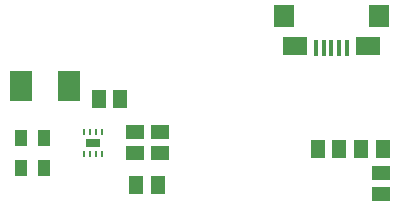
<source format=gbr>
G04*
G04 #@! TF.GenerationSoftware,Altium Limited,Altium Designer,23.0.1 (38)*
G04*
G04 Layer_Color=128*
%FSLAX25Y25*%
%MOIN*%
G70*
G04*
G04 #@! TF.SameCoordinates,7EA281D9-4360-43E8-82A8-E858FA6B50C7*
G04*
G04*
G04 #@! TF.FilePolarity,Positive*
G04*
G01*
G75*
%ADD20R,0.04134X0.05315*%
%ADD21R,0.05906X0.04724*%
%ADD61R,0.08268X0.06299*%
%ADD62R,0.01575X0.05315*%
%ADD63R,0.07087X0.07480*%
%ADD64R,0.04724X0.05906*%
%ADD65R,0.07480X0.09843*%
%ADD66R,0.01102X0.01988*%
%ADD67R,0.04724X0.03150*%
D20*
X355161Y244500D02*
D03*
X362839D02*
D03*
X355161Y234500D02*
D03*
X362839D02*
D03*
D21*
X475000Y225957D02*
D03*
X401500Y239457D02*
D03*
Y246543D02*
D03*
X393000Y239457D02*
D03*
Y246543D02*
D03*
X475000Y233043D02*
D03*
D61*
X470705Y275291D02*
D03*
X446295Y275276D02*
D03*
D62*
X463618Y274685D02*
D03*
X461059D02*
D03*
X458500D02*
D03*
X455941D02*
D03*
X453382D02*
D03*
D63*
X442752Y285315D02*
D03*
X474248D02*
D03*
D64*
X461043Y241000D02*
D03*
X453957D02*
D03*
X468457D02*
D03*
X475543D02*
D03*
X400547Y229047D02*
D03*
X393461D02*
D03*
X380913Y257500D02*
D03*
X388000D02*
D03*
D65*
X371071Y262000D02*
D03*
X354929D02*
D03*
D66*
X381953Y239348D02*
D03*
X379984D02*
D03*
X378016D02*
D03*
X376047D02*
D03*
Y246652D02*
D03*
X378016D02*
D03*
X379984D02*
D03*
X381953D02*
D03*
D67*
X379000Y243000D02*
D03*
M02*

</source>
